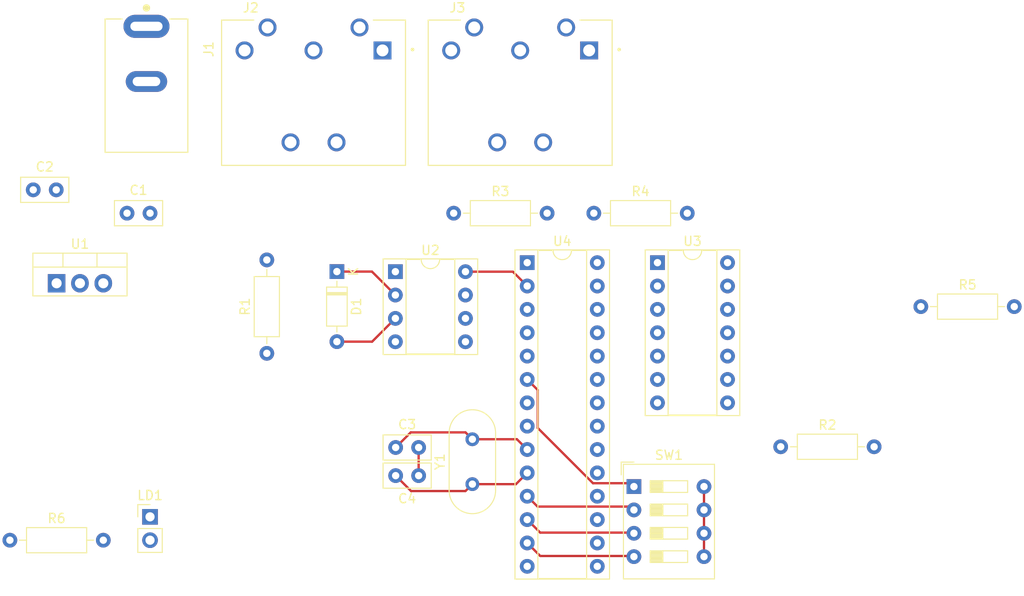
<source format=kicad_pcb>
(kicad_pcb (version 20211014) (generator pcbnew)
  (layers (0 "F.Cu" signal) (31 "B.Cu" signal) (34 "B.Paste" user) (35 "F.Paste" user) (36 "B.SilkS" user "B.Silkscreen") (37 "F.SilkS" user "F.Silkscreen") (38 "B.Mask" user) (39 "F.Mask" user) (44 "Edge.Cuts" user))
  (net 0 "")
  (net 1 "Net-(D1-Pad1)")
  (net 2 "Net-(D1-Pad2)")
  (net 3 "Net-(C1-Pad1)")
  (net 4 "GND")
  (net 5 "+5V")
  (net 6 "Net-(R5-Pad1)")
  (net 7 "Net-(R2-Pad2)")
  (net 11 "Net-(SW1-Pad1)")
  (net 12 "Net-(C3-Pad1)")
  (net 13 "Net-(C4-Pad2)")
  (net 14 "Net-(SW1-Pad2)")
  (net 15 "Net-(SW1-Pad3)")
  (net 16 "Net-(SW1-Pad4)")
  (net 19 "Net-(R6-Pad1)")
  (net 34 "Net-(J3-Pad5)")
  (net 35 "Net-(J3-Pad4)")
  (net 41 "Net-(U3-Pad1)")
  (net 42 "Net-(R3-Pad2)")
  (net 43 "Net-(LD1-Pad2)")
  (footprint "Package_DIP:DIP-8_W7.62mm_Socket" (layer "F.Cu") (at 143.52 100.34)
    (fp_text reference "U2" (at 3.81 -2.33) (layer "F.SilkS"))
    (fp_text value "6N138")
    (fp_line (start 6.46 -1.33) (end 4.81 -1.33) (layer "F.SilkS") (width 0.12))
    (fp_line (start -1.33 9.01) (end 8.95 9.01) (layer "F.SilkS") (width 0.12))
    (fp_line (start 6.46 8.95) (end 6.46 -1.33) (layer "F.SilkS") (width 0.12))
    (fp_line (start 8.95 9.01) (end 8.95 -1.39) (layer "F.SilkS") (width 0.12))
    (fp_line (start -1.33 -1.39) (end -1.33 9.01) (layer "F.SilkS") (width 0.12))
    (fp_line (start 2.81 -1.33) (end 1.16 -1.33) (layer "F.SilkS") (width 0.12))
    (fp_line (start 8.95 -1.39) (end -1.33 -1.39) (layer "F.SilkS") (width 0.12))
    (fp_line (start 1.16 -1.33) (end 1.16 8.95) (layer "F.SilkS") (width 0.12))
    (fp_line (start 1.16 8.95) (end 6.46 8.95) (layer "F.SilkS") (width 0.12))
    (fp_arc (start 4.81 -1.33) (mid 3.81 -0.33) (end 2.81 -1.33) (layer "F.SilkS") (width 0.12))
    (pad "1" thru_hole rect (at 0 0) (size 1.6 1.6) (drill 0.8) (layers *.Cu *.Mask))
    (pad "2" thru_hole oval (at 0 2.54) (size 1.6 1.6) (drill 0.8) (layers *.Cu *.Mask) (net 1 "Net-(D1-Pad1)"))
    (pad "3" thru_hole oval (at 0 5.08) (size 1.6 1.6) (drill 0.8) (layers *.Cu *.Mask) (net 2 "Net-(D1-Pad2)"))
    (pad "4" thru_hole oval (at 0 7.62) (size 1.6 1.6) (drill 0.8) (layers *.Cu *.Mask))
    (pad "5" thru_hole oval (at 7.62 7.62) (size 1.6 1.6) (drill 0.8) (layers *.Cu *.Mask))
    (pad "6" thru_hole oval (at 7.62 5.08) (size 1.6 1.6) (drill 0.8) (layers *.Cu *.Mask))
    (pad "7" thru_hole oval (at 7.62 2.54) (size 1.6 1.6) (drill 0.8) (layers *.Cu *.Mask) (net 4 "GND"))
    (pad "8" thru_hole oval (at 7.62 0) (size 1.6 1.6) (drill 0.8) (layers *.Cu *.Mask) (net 7 "Net-(R2-Pad2)"))
  )
  (footprint "local:CUI_PJ-037A" (layer "F.Cu") (at 116.452 73.66 -90)
    (fp_text reference "J1" (at 2.487267 -6.7712 90) (layer "F.SilkS") (effects (font (size 1.000913 1.000913))))
    (fp_text value "Barrel_Jack")
    (fp_line (start 13.7 -4.5) (end 13.7 4.5) (layer "F.SilkS") (width 0.127))
    (fp_line (start -0.8 -2.55) (end -0.8 -4.5) (layer "F.SilkS") (width 0.127))
    (fp_line (start 13.7 4.5) (end -0.8 4.5) (layer "F.SilkS") (width 0.127))
    (fp_line (start -0.8 -4.5) (end 13.7 -4.5) (layer "F.SilkS") (width 0.127))
    (fp_line (start -0.8 4.5) (end -0.8 2.65) (layer "F.SilkS") (width 0.127))
    (fp_circle (center -2 0) (end -1.8 0) (layer "F.SilkS") (width 0.4) (fill none))
    (pad "1" thru_hole oval (at 0 0 270) (size 2.5 5) (drill oval 1 3.5) (layers *.Cu *.Mask) (net 3 "Net-(C1-Pad1)"))
    (pad "2" thru_hole oval (at 6 0 270) (size 2.25 4.5) (drill oval 1 3) (layers *.Cu *.Mask) (net 4 "GND"))
  )
  (footprint "Capacitor_THT:C_Disc_D5.0mm_W2.5mm_P2.50mm" (layer "F.Cu") (at 104.14 91.44)
    (fp_text reference "C2" (at 1.25 -2.5) (layer "F.SilkS"))
    (fp_text value "0.1uF")
    (fp_line (start -1.37 1.37) (end 3.87 1.37) (layer "F.SilkS") (width 0.12))
    (fp_line (start -1.37 -1.37) (end -1.37 1.37) (layer "F.SilkS") (width 0.12))
    (fp_line (start 3.87 -1.37) (end 3.87 1.37) (layer "F.SilkS") (width 0.12))
    (fp_line (start -1.37 -1.37) (end 3.87 -1.37) (layer "F.SilkS") (width 0.12))
    (pad "1" thru_hole circle (at 0 0) (size 1.6 1.6) (drill 0.8) (layers *.Cu *.Mask) (net 5 "+5V"))
    (pad "2" thru_hole circle (at 2.5 0) (size 1.6 1.6) (drill 0.8) (layers *.Cu *.Mask) (net 4 "GND"))
  )
  (footprint "Package_TO_SOT_THT:TO-220-3_Vertical" (layer "F.Cu") (at 106.68 101.6)
    (fp_text reference "U1" (at 2.54 -4.27) (layer "F.SilkS"))
    (fp_text value "LM7805_TO220")
    (fp_line (start -2.58 1.371) (end 7.66 1.371) (layer "F.SilkS") (width 0.12))
    (fp_line (start -2.58 -3.27) (end -2.58 1.371) (layer "F.SilkS") (width 0.12))
    (fp_line (start 0.69 -3.27) (end 0.69 -1.76) (layer "F.SilkS") (width 0.12))
    (fp_line (start 7.66 -3.27) (end 7.66 1.371) (layer "F.SilkS") (width 0.12))
    (fp_line (start -2.58 -1.76) (end 7.66 -1.76) (layer "F.SilkS") (width 0.12))
    (fp_line (start -2.58 -3.27) (end 7.66 -3.27) (layer "F.SilkS") (width 0.12))
    (fp_line (start 4.391 -3.27) (end 4.391 -1.76) (layer "F.SilkS") (width 0.12))
    (pad "1" thru_hole rect (at 0 0) (size 1.905 2) (drill 1.1) (layers *.Cu *.Mask) (net 3 "Net-(C1-Pad1)"))
    (pad "2" thru_hole oval (at 2.54 0) (size 1.905 2) (drill 1.1) (layers *.Cu *.Mask) (net 4 "GND"))
    (pad "3" thru_hole oval (at 5.08 0) (size 1.905 2) (drill 1.1) (layers *.Cu *.Mask) (net 5 "+5V"))
  )
  (footprint "Resistor_THT:R_Axial_DIN0207_L6.3mm_D2.5mm_P10.16mm_Horizontal" (layer "F.Cu") (at 200.66 104.14)
    (fp_text reference "R5" (at 5.08 -2.37) (layer "F.SilkS"))
    (fp_text value "10k")
    (fp_line (start 9.12 0) (end 8.35 0) (layer "F.SilkS") (width 0.12))
    (fp_line (start 1.81 -1.37) (end 1.81 1.37) (layer "F.SilkS") (width 0.12))
    (fp_line (start 1.04 0) (end 1.81 0) (layer "F.SilkS") (width 0.12))
    (fp_line (start 8.35 1.37) (end 8.35 -1.37) (layer "F.SilkS") (width 0.12))
    (fp_line (start 8.35 -1.37) (end 1.81 -1.37) (layer "F.SilkS") (width 0.12))
    (fp_line (start 1.81 1.37) (end 8.35 1.37) (layer "F.SilkS") (width 0.12))
    (pad "1" thru_hole circle (at 0 0) (size 1.6 1.6) (drill 0.8) (layers *.Cu *.Mask) (net 6 "Net-(R5-Pad1)"))
    (pad "2" thru_hole oval (at 10.16 0) (size 1.6 1.6) (drill 0.8) (layers *.Cu *.Mask) (net 5 "+5V"))
  )
  (footprint "Diode_THT:D_DO-35_SOD27_P7.62mm_Horizontal" (layer "F.Cu") (at 137.16 100.33 -90)
    (fp_text reference "D1" (at 3.81 -2.12 90) (layer "F.SilkS"))
    (fp_text value "1N914")
    (fp_text user "K" (at 0 -1.8 90) (layer "F.SilkS"))
    (fp_line (start 1.04 0) (end 1.69 0) (layer "F.SilkS") (width 0.12))
    (fp_line (start 5.93 -1.12) (end 1.69 -1.12) (layer "F.SilkS") (width 0.12))
    (fp_line (start 2.53 -1.12) (end 2.53 1.12) (layer "F.SilkS") (width 0.12))
    (fp_line (start 6.58 0) (end 5.93 0) (layer "F.SilkS") (width 0.12))
    (fp_line (start 2.29 -1.12) (end 2.29 1.12) (layer "F.SilkS") (width 0.12))
    (fp_line (start 1.69 1.12) (end 5.93 1.12) (layer "F.SilkS") (width 0.12))
    (fp_line (start 5.93 1.12) (end 5.93 -1.12) (layer "F.SilkS") (width 0.12))
    (fp_line (start 2.41 -1.12) (end 2.41 1.12) (layer "F.SilkS") (width 0.12))
    (fp_line (start 1.69 -1.12) (end 1.69 1.12) (layer "F.SilkS") (width 0.12))
    (pad "1" thru_hole rect (at 0 0 270) (size 1.6 1.6) (drill 0.8) (layers *.Cu *.Mask) (net 1 "Net-(D1-Pad1)"))
    (pad "2" thru_hole oval (at 7.62 0 270) (size 1.6 1.6) (drill 0.8) (layers *.Cu *.Mask) (net 2 "Net-(D1-Pad2)"))
  )
  (footprint "Resistor_THT:R_Axial_DIN0207_L6.3mm_D2.5mm_P10.16mm_Horizontal" (layer "F.Cu") (at 165.1 93.98)
    (fp_text reference "R4" (at 5.08 -2.37) (layer "F.SilkS"))
    (fp_text value "220")
    (fp_line (start 8.35 1.37) (end 8.35 -1.37) (layer "F.SilkS") (width 0.12))
    (fp_line (start 1.04 0) (end 1.81 0) (layer "F.SilkS") (width 0.12))
    (fp_line (start 9.12 0) (end 8.35 0) (layer "F.SilkS") (width 0.12))
    (fp_line (start 1.81 1.37) (end 8.35 1.37) (layer "F.SilkS") (width 0.12))
    (fp_line (start 8.35 -1.37) (end 1.81 -1.37) (layer "F.SilkS") (width 0.12))
    (fp_line (start 1.81 -1.37) (end 1.81 1.37) (layer "F.SilkS") (width 0.12))
    (pad "1" thru_hole circle (at 0 0) (size 1.6 1.6) (drill 0.8) (layers *.Cu *.Mask) (net 5 "+5V"))
    (pad "2" thru_hole oval (at 10.16 0) (size 1.6 1.6) (drill 0.8) (layers *.Cu *.Mask) (net 35 "Net-(J3-Pad4)"))
  )
  (footprint "Capacitor_THT:C_Disc_D5.0mm_W2.5mm_P2.50mm" (layer "F.Cu") (at 114.34 93.98)
    (fp_text reference "C1" (at 1.25 -2.5) (layer "F.SilkS"))
    (fp_text value "0.22uF")
    (fp_line (start -1.37 -1.37) (end 3.87 -1.37) (layer "F.SilkS") (width 0.12))
    (fp_line (start -1.37 1.37) (end 3.87 1.37) (layer "F.SilkS") (width 0.12))
    (fp_line (start 3.87 -1.37) (end 3.87 1.37) (layer "F.SilkS") (width 0.12))
    (fp_line (start -1.37 -1.37) (end -1.37 1.37) (layer "F.SilkS") (width 0.12))
    (pad "1" thru_hole circle (at 0 0) (size 1.6 1.6) (drill 0.8) (layers *.Cu *.Mask) (net 3 "Net-(C1-Pad1)"))
    (pad "2" thru_hole circle (at 2.5 0) (size 1.6 1.6) (drill 0.8) (layers *.Cu *.Mask) (net 4 "GND"))
  )
  (footprint "Resistor_THT:R_Axial_DIN0207_L6.3mm_D2.5mm_P10.16mm_Horizontal" (layer "F.Cu") (at 185.42 119.38)
    (fp_text reference "R2" (at 5.08 -2.37) (layer "F.SilkS"))
    (fp_text value "280")
    (fp_line (start 9.12 0) (end 8.35 0) (layer "F.SilkS") (width 0.12))
    (fp_line (start 1.04 0) (end 1.81 0) (layer "F.SilkS") (width 0.12))
    (fp_line (start 8.35 1.37) (end 8.35 -1.37) (layer "F.SilkS") (width 0.12))
    (fp_line (start 1.81 1.37) (end 8.35 1.37) (layer "F.SilkS") (width 0.12))
    (fp_line (start 8.35 -1.37) (end 1.81 -1.37) (layer "F.SilkS") (width 0.12))
    (fp_line (start 1.81 -1.37) (end 1.81 1.37) (layer "F.SilkS") (width 0.12))
    (pad "1" thru_hole circle (at 0 0) (size 1.6 1.6) (drill 0.8) (layers *.Cu *.Mask) (net 5 "+5V"))
    (pad "2" thru_hole oval (at 10.16 0) (size 1.6 1.6) (drill 0.8) (layers *.Cu *.Mask) (net 7 "Net-(R2-Pad2)"))
  )
  (footprint "Button_Switch_THT:SW_DIP_SPSTx04_Slide_9.78x12.34mm_W7.62mm_P2.54mm" (layer "F.Cu") (at 169.4605 123.708)
    (fp_text reference "SW1" (at 3.81 -3.42) (layer "F.SilkS"))
    (fp_text value "SW_DIP_x04")
    (fp_line (start 1.78 0.325) (end 3.133333 0.325) (layer "F.SilkS") (width 0.12))
    (fp_line (start 1.78 2.745) (end 3.133333 2.745) (layer "F.SilkS") (width 0.12))
    (fp_line (start 1.78 3.175) (end 5.84 3.175) (layer "F.SilkS") (width 0.12))
    (fp_line (start 5.84 0.635) (end 5.84 -0.635) (layer "F.SilkS") (width 0.12))
    (fp_line (start 5.84 5.715) (end 5.84 4.445) (layer "F.SilkS") (width 0.12))
    (fp_line (start 1.78 5.715) (end 5.84 5.715) (layer "F.SilkS") (width 0.12))
    (fp_line (start 5.84 4.445) (end 1.78 4.445) (layer "F.SilkS") (width 0.12))
    (fp_line (start 1.78 -0.035) (end 3.133333 -0.035) (layer "F.SilkS") (width 0.12))
    (fp_line (start 1.78 8.065) (end 3.133333 8.065) (layer "F.SilkS") (width 0.12))
    (fp_line (start 1.78 2.985) (end 3.133333 2.985) (layer "F.SilkS") (width 0.12))
    (fp_line (start 1.78 2.505) (end 3.133333 2.505) (layer "F.SilkS") (width 0.12))
    (fp_line (start 1.78 0.445) (end 3.133333 0.445) (layer "F.SilkS") (width 0.12))
    (fp_line (start -1.14 -2.42) (end -1.14 10.04) (layer "F.SilkS") (width 0.12))
    (fp_line (start 1.78 8.255) (end 5.84 8.255) (layer "F.SilkS") (width 0.12))
    (fp_line (start 1.78 5.045) (end 3.133333 5.045) (layer "F.SilkS") (width 0.12))
    (fp_line (start 1.78 4.445) (end 1.78 5.715) (layer "F.SilkS") (width 0.12))
    (fp_line (start 5.84 -0.635) (end 1.78 -0.635) (layer "F.SilkS") (width 0.12))
    (fp_line (start 1.78 4.805) (end 3.133333 4.805) (layer "F.SilkS") (width 0.12))
    (fp_line (start 1.78 2.265) (end 3.133333 2.265) (layer "F.SilkS") (width 0.12))
    (fp_line (start -1.14 10.04) (end 8.76 10.04) (layer "F.SilkS") (width 0.12))
    (fp_line (start -1.38 -2.66) (end 0.004 -2.66) (layer "F.SilkS") (width 0.12))
    (fp_line (start 1.78 8.185) (end 3.133333 8.185) (layer "F.SilkS") (width 0.12))
    (fp_line (start 1.78 4.685) (end 3.133333 4.685) (layer "F.SilkS") (width 0.12))
    (fp_line (start 1.78 5.165) (end 3.133333 5.165) (layer "F.SilkS") (width 0.12))
    (fp_line (start 1.78 -0.635) (end 1.78 0.635) (layer "F.SilkS") (width 0.12))
    (fp_line (start 5.84 1.905) (end 1.78 1.905) (layer "F.SilkS") (width 0.12))
    (fp_line (start 3.133333 6.985) (end 3.133333 8.255) (layer "F.SilkS") (width 0.12))
    (fp_line (start 3.133333 1.905) (end 3.133333 3.175) (layer "F.SilkS") (width 0.12))
    (fp_line (start -1.14 -2.42) (end 8.76 -2.42) (layer "F.SilkS") (width 0.12))
    (fp_line (start 1.78 2.145) (end 3.133333 2.145) (layer "F.SilkS") (width 0.12))
    (fp_line (start -1.38 -2.66) (end -1.38 -1.277) (layer "F.SilkS") (width 0.12))
    (fp_line (start 8.76 -2.42) (end 8.76 10.04) (layer "F.SilkS") (width 0.12))
    (fp_line (start 1.78 7.225) (end 3.133333 7.225) (layer "F.SilkS") (width 0.12))
    (fp_line (start 1.78 4.925) (end 3.133333 4.925) (layer "F.SilkS") (width 0.12))
    (fp_line (start 1.78 7.105) (end 3.133333 7.105) (layer "F.SilkS") (width 0.12))
    (fp_line (start 1.78 0.565) (end 3.133333 0.565) (layer "F.SilkS") (width 0.12))
    (fp_line (start 1.78 -0.155) (end 3.133333 -0.155) (layer "F.SilkS") (width 0.12))
    (fp_line (start 1.78 7.825) (end 3.133333 7.825) (layer "F.SilkS") (width 0.12))
    (fp_line (start 5.84 3.175) (end 5.84 1.905) (layer "F.SilkS") (width 0.12))
    (fp_line (start 1.78 4.565) (end 3.133333 4.565) (layer "F.SilkS") (width 0.12))
    (fp_line (start 1.78 7.705) (end 3.133333 7.705) (layer "F.SilkS") (width 0.12))
    (fp_line (start 1.78 3.105) (end 3.133333 3.105) (layer "F.SilkS") (width 0.12))
    (fp_line (start 1.78 0.085) (end 3.133333 0.085) (layer "F.SilkS") (width 0.12))
    (fp_line (start 1.78 5.645) (end 3.133333 5.645) (layer "F.SilkS") (width 0.12))
    (fp_line (start 1.78 5.285) (end 3.133333 5.285) (layer "F.SilkS") (width 0.12))
    (fp_line (start 1.78 7.465) (end 3.133333 7.465) (layer "F.SilkS") (width 0.12))
    (fp_line (start 1.78 2.625) (end 3.133333 2.625) (layer "F.SilkS") (width 0.12))
    (fp_line (start 3.133333 4.445) (end 3.133333 5.715) (layer "F.SilkS") (width 0.12))
    (fp_line (start 1.78 2.865) (end 3.133333 2.865) (layer "F.SilkS") (width 0.12))
    (fp_line (start 1.78 -0.395) (end 3.133333 -0.395) (layer "F.SilkS") (width 0.12))
    (fp_line (start 1.78 6.985) (end 1.78 8.255) (layer "F.SilkS") (width 0.12))
    (fp_line (start 1.78 2.385) (end 3.133333 2.385) (layer "F.SilkS") (width 0.12))
    (fp_line (start 5.84 6.985) (end 1.78 6.985) (layer "F.SilkS") (width 0.12))
    (fp_line (start 1.78 1.905) (end 1.78 3.175) (layer "F.SilkS") (width 0.12))
    (fp_line (start 1.78 0.205) (end 3.133333 0.205) (layer "F.SilkS") (width 0.12))
    (fp_line (start 1.78 5.525) (end 3.133333 5.525) (layer "F.SilkS") (width 0.12))
    (fp_line (start 1.78 -0.275) (end 3.133333 -0.275) (layer "F.SilkS") (width 0.12))
    (fp_line (start 1.78 7.945) (end 3.133333 7.945) (layer "F.SilkS") (width 0.12))
    (fp_line (start 5.84 8.255) (end 5.84 6.985) (layer "F.SilkS") (width 0.12))
    (fp_line (start 3.133333 -0.635) (end 3.133333 0.635) (layer "F.SilkS") (width 0.12))
    (fp_line (start 1.78 7.585) (end 3.133333 7.585) (layer "F.SilkS") (width 0.12))
    (fp_line (start 1.78 7.345) (end 3.133333 7.345) (layer "F.SilkS") (width 0.12))
    (fp_line (start 1.78 -0.515) (end 3.133333 -0.515) (layer "F.SilkS") (width 0.12))
    (fp_line (start 1.78 2.025) (end 3.133333 2.025) (layer "F.SilkS") (width 0.12))
    (fp_line (start 1.78 0.635) (end 5.84 0.635) (layer "F.SilkS") (width 0.12))
    (fp_line (start 1.78 5.405) (end 3.133333 5.405) (layer "F.SilkS") (width 0.12))
    (pad "1" thru_hole rect (at 0 0) (size 1.6 1.6) (drill 0.8) (layers *.Cu *.Mask) (net 11 "Net-(SW1-Pad1)"))
    (pad "2" thru_hole oval (at 0 2.54) (size 1.6 1.6) (drill 0.8) (layers *.Cu *.Mask) (net 14 "Net-(SW1-Pad2)"))
    (pad "3" thru_hole oval (at 0 5.08) (size 1.6 1.6) (drill 0.8) (layers *.Cu *.Mask) (net 15 "Net-(SW1-Pad3)"))
    (pad "4" thru_hole oval (at 0 7.62) (size 1.6 1.6) (drill 0.8) (layers *.Cu *.Mask) (net 16 "Net-(SW1-Pad4)"))
    (pad "5" thru_hole oval (at 7.62 7.62) (size 1.6 1.6) (drill 0.8) (layers *.Cu *.Mask) (net 4 "GND"))
    (pad "6" thru_hole oval (at 7.62 5.08) (size 1.6 1.6) (drill 0.8) (layers *.Cu *.Mask) (net 4 "GND"))
    (pad "7" thru_hole oval (at 7.62 2.54) (size 1.6 1.6) (drill 0.8) (layers *.Cu *.Mask) (net 4 "GND"))
    (pad "8" thru_hole oval (at 7.62 0) (size 1.6 1.6) (drill 0.8) (layers *.Cu *.Mask) (net 4 "GND"))
  )
  (footprint "Connector_PinHeader_2.54mm:PinHeader_1x02_P2.54mm_Vertical" (layer "F.Cu") (at 116.84 127)
    (fp_text reference "LD1" (at 0 -2.33) (layer "F.SilkS"))
    (fp_text value "D_Laser_1C2A")
    (fp_line (start -1.33 0) (end -1.33 -1.33) (layer "F.SilkS") (width 0.12))
    (fp_line (start -1.33 -1.33) (end 0 -1.33) (layer "F.SilkS") (width 0.12))
    (fp_line (start -1.33 3.87) (end 1.33 3.87) (layer "F.SilkS") (width 0.12))
    (fp_line (start -1.33 1.27) (end -1.33 3.87) (layer "F.SilkS") (width 0.12))
    (fp_line (start -1.33 1.27) (end 1.33 1.27) (layer "F.SilkS") (width 0.12))
    (fp_line (start 1.33 1.27) (end 1.33 3.87) (layer "F.SilkS") (width 0.12))
    (pad "1" thru_hole rect (at 0 0) (size 1.7 1.7) (drill 1) (layers *.Cu *.Mask) (net 4 "GND"))
    (pad "2" thru_hole oval (at 0 2.54) (size 1.7 1.7) (drill 1) (layers *.Cu *.Mask) (net 43 "Net-(LD1-Pad2)"))
  )
  (footprint "Capacitor_THT:C_Disc_D5.0mm_W2.5mm_P2.50mm" (layer "F.Cu") (at 143.55 119.458)
    (fp_text reference "C3" (at 1.25 -2.5) (layer "F.SilkS"))
    (fp_text value "22pF")
    (fp_line (start -1.37 1.37) (end 3.87 1.37) (layer "F.SilkS") (width 0.12))
    (fp_line (start -1.37 -1.37) (end 3.87 -1.37) (layer "F.SilkS") (width 0.12))
    (fp_line (start 3.87 -1.37) (end 3.87 1.37) (layer "F.SilkS") (width 0.12))
    (fp_line (start -1.37 -1.37) (end -1.37 1.37) (layer "F.SilkS") (width 0.12))
    (pad "1" thru_hole circle (at 0 0) (size 1.6 1.6) (drill 0.8) (layers *.Cu *.Mask) (net 12 "Net-(C3-Pad1)"))
    (pad "2" thru_hole circle (at 2.5 0) (size 1.6 1.6) (drill 0.8) (layers *.Cu *.Mask) (net 4 "GND"))
  )
  (footprint "Resistor_THT:R_Axial_DIN0207_L6.3mm_D2.5mm_P10.16mm_Horizontal" (layer "F.Cu") (at 149.86 93.98)
    (fp_text reference "R3" (at 5.08 -2.37) (layer "F.SilkS"))
    (fp_text value "220")
    (fp_line (start 9.12 0) (end 8.35 0) (layer "F.SilkS") (width 0.12))
    (fp_line (start 8.35 -1.37) (end 1.81 -1.37) (layer "F.SilkS") (width 0.12))
    (fp_line (start 8.35 1.37) (end 8.35 -1.37) (layer "F.SilkS") (width 0.12))
    (fp_line (start 1.81 -1.37) (end 1.81 1.37) (layer "F.SilkS") (width 0.12))
    (fp_line (start 1.81 1.37) (end 8.35 1.37) (layer "F.SilkS") (width 0.12))
    (fp_line (start 1.04 0) (end 1.81 0) (layer "F.SilkS") (width 0.12))
    (pad "1" thru_hole circle (at 0 0) (size 1.6 1.6) (drill 0.8) (layers *.Cu *.Mask) (net 34 "Net-(J3-Pad5)"))
    (pad "2" thru_hole oval (at 10.16 0) (size 1.6 1.6) (drill 0.8) (layers *.Cu *.Mask) (net 42 "Net-(R3-Pad2)"))
  )
  (footprint "Package_DIP:DIP-14_W7.62mm_Socket" (layer "F.Cu") (at 172.02 99.36)
    (fp_text reference "U3" (at 3.81 -2.33) (layer "F.SilkS"))
    (fp_text value "74LS14")
    (fp_line (start -1.33 -1.39) (end -1.33 16.63) (layer "F.SilkS") (width 0.12))
    (fp_line (start -1.33 16.63) (end 8.95 16.63) (layer "F.SilkS") (width 0.12))
    (fp_line (start 6.46 -1.33) (end 4.81 -1.33) (layer "F.SilkS") (width 0.12))
    (fp_line (start 8.95 -1.39) (end -1.33 -1.39) (layer "F.SilkS") (width 0.12))
    (fp_line (start 1.16 -1.33) (end 1.16 16.57) (layer "F.SilkS") (width 0.12))
    (fp_line (start 1.16 16.57) (end 6.46 16.57) (layer "F.SilkS") (width 0.12))
    (fp_line (start 8.95 16.63) (end 8.95 -1.39) (layer "F.SilkS") (width 0.12))
    (fp_line (start 6.46 16.57) (end 6.46 -1.33) (layer "F.SilkS") (width 0.12))
    (fp_line (start 2.81 -1.33) (end 1.16 -1.33) (layer "F.SilkS") (width 0.12))
    (fp_arc (start 4.81 -1.33) (mid 3.81 -0.33) (end 2.81 -1.33) (layer "F.SilkS") (width 0.12))
    (pad "1" thru_hole rect (at 0 0) (size 1.6 1.6) (drill 0.8) (layers *.Cu *.Mask) (net 41 "Net-(U3-Pad1)"))
    (pad "2" thru_hole oval (at 0 2.54) (size 1.6 1.6) (drill 0.8) (layers *.Cu *.Mask) (net 42 "Net-(R3-Pad2)"))
    (pad "3" thru_hole oval (at 0 5.08) (size 1.6 1.6) (drill 0.8) (layers *.Cu *.Mask) (net 7 "Net-(R2-Pad2)"))
    (pad "4" thru_hole oval (at 0 7.62) (size 1.6 1.6) (drill 0.8) (layers *.Cu *.Mask) (net 41 "Net-(U3-Pad1)"))
    (pad "5" thru_hole oval (at 0 10.16) (size 1.6 1.6) (drill 0.8) (layers *.Cu *.Mask))
    (pad "6" thru_hole oval (at 0 12.7) (size 1.6 1.6) (drill 0.8) (layers *.Cu *.Mask))
    (pad "7" thru_hole oval (at 0 15.24) (size 1.6 1.6) (drill 0.8) (layers *.Cu *.Mask) (net 4 "GND"))
    (pad "8" thru_hole oval (at 7.62 15.24) (size 1.6 1.6) (drill 0.8) (layers *.Cu *.Mask))
    (pad "9" thru_hole oval (at 7.62 12.7) (size 1.6 1.6) (drill 0.8) (layers *.Cu *.Mask))
    (pad "10" thru_hole oval (at 7.62 10.16) (size 1.6 1.6) (drill 0.8) (layers *.Cu *.Mask))
    (pad "11" thru_hole oval (at 7.62 7.62) (size 1.6 1.6) (drill 0.8) (layers *.Cu *.Mask))
    (pad "12" thru_hole oval (at 7.62 5.08) (size 1.6 1.6) (drill 0.8) (layers *.Cu *.Mask))
    (pad "13" thru_hole oval (at 7.62 2.54) (size 1.6 1.6) (drill 0.8) (layers *.Cu *.Mask))
    (pad "14" thru_hole oval (at 7.62 0) (size 1.6 1.6) (drill 0.8) (layers *.Cu *.Mask) (net 5 "+5V"))
  )
  (footprint "Capacitor_THT:C_Disc_D5.0mm_W2.5mm_P2.50mm" (layer "F.Cu") (at 146.05 122.518 180)
    (fp_text reference "C4" (at 1.25 -2.5) (layer "F.SilkS"))
    (fp_text value "22pF")
    (fp_line (start -1.37 1.37) (end 3.87 1.37) (layer "F.SilkS") (width 0.12))
    (fp_line (start -1.37 -1.37) (end 3.87 -1.37) (layer "F.SilkS") (width 0.12))
    (fp_line (start -1.37 -1.37) (end -1.37 1.37) (layer "F.SilkS") (width 0.12))
    (fp_line (start 3.87 -1.37) (end 3.87 1.37) (layer "F.SilkS") (width 0.12))
    (pad "1" thru_hole circle (at 0 0 180) (size 1.6 1.6) (drill 0.8) (layers *.Cu *.Mask) (net 4 "GND"))
    (pad "2" thru_hole circle (at 2.5 0 180) (size 1.6 1.6) (drill 0.8) (layers *.Cu *.Mask) (net 13 "Net-(C4-Pad2)"))
  )
  (footprint "Resistor_THT:R_Axial_DIN0207_L6.3mm_D2.5mm_P10.16mm_Horizontal" (layer "F.Cu") (at 129.54 109.22 90)
    (fp_text reference "R1" (at 5.08 -2.37 90) (layer "F.SilkS"))
    (fp_text value "220")
    (fp_line (start 1.81 -1.37) (end 1.81 1.37) (layer "F.SilkS") (width 0.12))
    (fp_line (start 9.12 0) (end 8.35 0) (layer "F.SilkS") (width 0.12))
    (fp_line (start 1.81 1.37) (end 8.35 1.37) (layer "F.SilkS") (width 0.12))
    (fp_line (start 8.35 1.37) (end 8.35 -1.37) (layer "F.SilkS") (width 0.12))
    (fp_line (start 1.04 0) (end 1.81 0) (layer "F.SilkS") (width 0.12))
    (fp_line (start 8.35 -1.37) (end 1.81 -1.37) (layer "F.SilkS") (width 0.12))
    (pad "1" thru_hole circle (at 0 0 90) (size 1.6 1.6) (drill 0.8) (layers *.Cu *.Mask) (net 1 "Net-(D1-Pad1)"))
    (pad "2" thru_hole oval (at 10.16 0 90) (size 1.6 1.6) (drill 0.8) (layers *.Cu *.Mask) (net 4 "GND"))
  )
  (footprint "Crystal:Crystal_HC49-U_Vertical" (layer "F.Cu") (at 151.892 123.444 90)
    (fp_text reference "Y1" (at 2.44 -3.525 90) (layer "F.SilkS"))
    (fp_text value "16MHz")
    (fp_line (start -0.685 2.525) (end 5.565 2.525) (layer "F.SilkS") (width 0.12))
    (fp_line (start -0.685 -2.525) (end 5.565 -2.525) (layer "F.SilkS") (width 0.12))
    (fp_arc (start 5.565 -2.525) (mid 8.09 0) (end 5.565 2.525) (layer "F.SilkS") (width 0.12))
    (fp_arc (start -0.685 2.525) (mid -3.21 0) (end -0.685 -2.525) (layer "F.SilkS") (width 0.12))
    (pad "1" thru_hole circle (at 0 0 90) (size 1.5 1.5) (drill 0.8) (layers *.Cu *.Mask) (net 13 "Net-(C4-Pad2)"))
    (pad "2" thru_hole circle (at 4.88 0 90) (size 1.5 1.5) (drill 0.8) (layers *.Cu *.Mask) (net 12 "Net-(C3-Pad1)"))
  )
  (footprint "local:CUI_SDS-50J" (layer "F.Cu") (at 157.092 81.28)
    (fp_text reference "J3" (at -6.825 -9.635) (layer "F.SilkS"))
    (fp_text value "MIDI-THRU")
    (fp_line (start 6.5 -8.3) (end 10 -8.3) (layer "F.SilkS") (width 0.127))
    (fp_line (start -10 7.5) (end -10 -8.3) (layer "F.SilkS") (width 0.127))
    (fp_line (start 10 -8.3) (end 10 7.5) (layer "F.SilkS") (width 0.127))
    (fp_line (start -10 -8.3) (end -6.5 -8.3) (layer "F.SilkS") (width 0.127))
    (fp_line (start -10 7.5) (end 10 7.5) (layer "F.SilkS") (width 0.127))
    (fp_circle (center 10.764 -5.094) (end 10.864 -5.094) (layer "F.SilkS") (width 0.2) (fill none))
    (pad "" np_thru_hole circle (at -7.5 0) (size 2.4 2.4) (drill 2.4) (layers *.Cu *.Mask))
    (pad "" np_thru_hole circle (at 7.5 0) (size 2.4 2.4) (drill 2.4) (layers *.Cu *.Mask))
    (pad "1" thru_hole rect (at 7.5 -5) (size 1.95 1.95) (drill 1.3) (layers *.Cu *.Mask))
    (pad "2" thru_hole circle (at 0 -5) (size 1.95 1.95) (drill 1.3) (layers *.Cu *.Mask) (net 4 "GND"))
    (pad "3" thru_hole circle (at -7.5 -5) (size 1.95 1.95) (drill 1.3) (layers *.Cu *.Mask))
    (pad "4" thru_hole circle (at 5 -7.5) (size 1.95 1.95) (drill 1.3) (layers *.Cu *.Mask) (net 35 "Net-(J3-Pad4)"))
    (pad "5" thru_hole circle (at -5 -7.5) (size 1.95 1.95) (drill 1.3) (layers *.Cu *.Mask) (net 34 "Net-(J3-Pad5)"))
    (pad "E1" thru_hole circle (at -2.5 5) (size 1.95 1.95) (drill 1.3) (layers *.Cu *.Mask))
    (pad "E2" thru_hole circle (at 2.5 5) (size 1.95 1.95) (drill 1.3) (layers *.Cu *.Mask))
  )
  (footprint "local:CUI_SDS-50J" (layer "F.Cu") (at 134.62 81.28)
    (fp_text reference "J2" (at -6.825 -9.635) (layer "F.SilkS"))
    (fp_text value "MIDI-IN")
    (fp_line (start 10 -8.3) (end 10 7.5) (layer "F.SilkS") (width 0.127))
    (fp_line (start -10 7.5) (end 10 7.5) (layer "F.SilkS") (width 0.127))
    (fp_line (start -10 -8.3) (end -6.5 -8.3) (layer "F.SilkS") (width 0.127))
    (fp_line (start -10 7.5) (end -10 -8.3) (layer "F.SilkS") (width 0.127))
    (fp_line (start 6.5 -8.3) (end 10 -8.3) (layer "F.SilkS") (width 0.127))
    (fp_circle (center 10.764 -5.094) (end 10.864 -5.094) (layer "F.SilkS") (width 0.2) (fill none))
    (pad "" np_thru_hole circle (at 7.5 0) (size 2.4 2.4) (drill 2.4) (layers *.Cu *.Mask))
    (pad "" np_thru_hole circle (at -7.5 0) (size 2.4 2.4) (drill 2.4) (layers *.Cu *.Mask))
    (pad "1" thru_hole rect (at 7.5 -5) (size 1.95 1.95) (drill 1.3) (layers *.Cu *.Mask))
    (pad "2" thru_hole circle (at 0 -5) (size 1.95 1.95) (drill 1.3) (layers *.Cu *.Mask))
    (pad "3" thru_hole circle (at -7.5 -5) (size 1.95 1.95) (drill 1.3) (layers *.Cu *.Mask))
    (pad "4" thru_hole circle (at 5 -7.5) (size 1.95 1.95) (drill 1.3) (layers *.Cu *.Mask) (net 4 "GND"))
    (pad "5" thru_hole circle (at -5 -7.5) (size 1.95 1.95) (drill 1.3) (layers *.Cu *.Mask) (net 2 "Net-(D1-Pad2)"))
    (pad "E1" thru_hole circle (at -2.5 5) (size 1.95 1.95) (drill 1.3) (layers *.Cu *.Mask))
    (pad "E2" thru_hole circle (at 2.5 5) (size 1.95 1.95) (drill 1.3) (layers *.Cu *.Mask))
  )
  (footprint "Package_DIP:DIP-28_W7.62mm_Socket" (layer "F.Cu") (at 157.856 99.36)
    (fp_text reference "U4" (at 3.81 -2.33) (layer "F.SilkS"))
    (fp_text value "ATmega328P-P")
    (fp_line (start 6.46 34.35) (end 6.46 -1.33) (layer "F.SilkS") (width 0.12))
    (fp_line (start 6.46 -1.33) (end 4.81 -1.33) (layer "F.SilkS") (width 0.12))
    (fp_line (start -1.33 34.41) (end 8.95 34.41) (layer "F.SilkS") (width 0.12))
    (fp_line (start 8.95 34.41) (end 8.95 -1.39) (layer "F.SilkS") (width 0.12))
    (fp_line (start -1.33 -1.39) (end -1.33 34.41) (layer "F.SilkS") (width 0.12))
    (fp_line (start 2.81 -1.33) (end 1.16 -1.33) (layer "F.SilkS") (width 0.12))
    (fp_line (start 8.95 -1.39) (end -1.33 -1.39) (layer "F.SilkS") (width 0.12))
    (fp_line (start 1.16 -1.33) (end 1.16 34.35) (layer "F.SilkS") (width 0.12))
    (fp_line (start 1.16 34.35) (end 6.46 34.35) (layer "F.SilkS") (width 0.12))
    (fp_arc (start 4.81 -1.33) (mid 3.81 -0.33) (end 2.81 -1.33) (layer "F.SilkS") (width 0.12))
    (pad "1" thru_hole rect (at 0 0) (size 1.6 1.6) (drill 0.8) (layers *.Cu *.Mask) (net 6 "Net-(R5-Pad1)"))
    (pad "2" thru_hole oval (at 0 2.54) (size 1.6 1.6) (drill 0.8) (layers *.Cu *.Mask) (net 7 "Net-(R2-Pad2)"))
    (pad "3" thru_hole oval (at 0 5.08) (size 1.6 1.6) (drill 0.8) (layers *.Cu *.Mask))
    (pad "4" thru_hole oval (at 0 7.62) (size 1.6 1.6) (drill 0.8) (layers *.Cu *.Mask))
    (pad "5" thru_hole oval (at 0 10.16) (size 1.6 1.6) (drill 0.8) (layers *.Cu *.Mask))
    (pad "6" thru_hole oval (at 0 12.7) (size 1.6 1.6) (drill 0.8) (layers *.Cu *.Mask) (net 11 "Net-(SW1-Pad1)"))
    (pad "7" thru_hole oval (at 0 15.24) (size 1.6 1.6) (drill 0.8) (layers *.Cu *.Mask) (net 5 "+5V"))
    (pad "8" thru_hole oval (at 0 17.78) (size 1.6 1.6) (drill 0.8) (layers *.Cu *.Mask) (net 4 "GND"))
    (pad "9" thru_hole oval (at 0 20.32) (size 1.6 1.6) (drill 0.8) (layers *.Cu *.Mask) (net 12 "Net-(C3-Pad1)"))
    (pad "10" thru_hole oval (at 0 22.86) (size 1.6 1.6) (drill 0.8) (layers *.Cu *.Mask) (net 13 "Net-(C4-Pad2)"))
    (pad "11" thru_hole oval (at 0 25.4) (size 1.6 1.6) (drill 0.8) (layers *.Cu *.Mask) (net 14 "Net-(SW1-Pad2)"))
    (pad "12" thru_hole oval (at 0 27.94) (size 1.6 1.6) (drill 0.8) (layers *.Cu *.Mask) (net 15 "Net-(SW1-Pad3)"))
    (pad "13" thru_hole oval (at 0 30.48) (size 1.6 1.6) (drill 0.8) (layers *.Cu *.Mask) (net 16 "Net-(SW1-Pad4)"))
    (pad "14" thru_hole oval (at 0 33.02) (size 1.6 1.6) (drill 0.8) (layers *.Cu *.Mask))
    (pad "15" thru_hole oval (at 7.62 33.02) (size 1.6 1.6) (drill 0.8) (layers *.Cu *.Mask))
    (pad "16" thru_hole oval (at 7.62 30.48) (size 1.6 1.6) (drill 0.8) (layers *.Cu *.Mask) (net 19 "Net-(R6-Pad1)"))
    (pad "17" thru_hole oval (at 7.62 27.94) (size 1.6 1.6) (drill 0.8) (layers *.Cu *.Mask))
    (pad "18" thru_hole oval (at 7.62 25.4) (size 1.6 1.6) (drill 0.8) (layers *.Cu *.Mask))
    (pad "19" thru_hole oval (at 7.62 22.86) (size 1.6 1.6) (drill 0.8) (layers *.Cu *.Mask))
    (pad "20" thru_hole oval (at 7.62 20.32) (size 1.6 1.6) (drill 0.8) (layers *.Cu *.Mask) (net 5 "+5V"))
    (pad "21" thru_hole oval (at 7.62 17.78) (size 1.6 1.6) (drill 0.8) (layers *.Cu *.Mask))
    (pad "22" thru_hole oval (at 7.62 15.24) (size 1.6 1.6) (drill 0.8) (layers *.Cu *.Mask) (net 4 "GND"))
    (pad "23" thru_hole oval (at 7.62 12.7) (size 1.6 1.6) (drill 0.8) (layers *.Cu *.Mask))
    (pad "24" thru_hole oval (at 7.62 10.16) (size 1.6 1.6) (drill 0.8) (layers *.Cu *.Mask))
    (pad "25" thru_hole oval (at 7.62 7.62) (size 1.6 1.6) (drill 0.8) (layers *.Cu *.Mask))
    (pad "26" thru_hole oval (at 7.62 5.08) (size 1.6 1.6) (drill 0.8) (layers *.Cu *.Mask))
    (pad "27" thru_hole oval (at 7.62 2.54) (size 1.6 1.6) (drill 0.8) (layers *.Cu *.Mask))
    (pad "28" thru_hole oval (at 7.62 0) (size 1.6 1.6) (drill 0.8) (layers *.Cu *.Mask))
  )
  (footprint "Resistor_THT:R_Axial_DIN0207_L6.3mm_D2.5mm_P10.16mm_Horizontal" (layer "F.Cu") (at 101.6 129.54)
    (fp_text reference "R6" (at 5.08 -2.37) (layer "F.SilkS"))
    (fp_text value "R_US")
    (fp_line (start 8.35 1.37) (end 8.35 -1.37) (layer "F.SilkS") (width 0.12))
    (fp_line (start 8.35 -1.37) (end 1.81 -1.37) (layer "F.SilkS") (width 0.12))
    (fp_line (start 9.12 0) (end 8.35 0) (layer "F.SilkS") (width 0.12))
    (fp_line (start 1.81 -1.37) (end 1.81 1.37) (layer "F.SilkS") (width 0.12))
    (fp_line (start 1.81 1.37) (end 8.35 1.37) (layer "F.SilkS") (width 0.12))
    (fp_line (start 1.04 0) (end 1.81 0) (layer "F.SilkS") (width 0.12))
    (pad "1" thru_hole circle (at 0 0) (size 1.6 1.6) (drill 0.8) (layers *.Cu *.Mask) (net 19 "Net-(R6-Pad1)"))
    (pad "2" thru_hole oval (at 10.16 0) (size 1.6 1.6) (drill 0.8) (layers *.Cu *.Mask) (net 43 "Net-(LD1-Pad2)"))
  )
  (segment (start 140.97 100.33) (end 143.52 102.88) (width 0.25) (layer "F.Cu") (net 1))
  (segment (start 137.16 100.33) (end 140.97 100.33) (width 0.25) (layer "F.Cu") (net 1))
  (segment (start 137.16 107.95) (end 140.99 107.95) (width 0.25) (layer "F.Cu") (net 2))
  (segment (start 140.99 107.95) (end 143.52 105.42) (width 0.25) (layer "F.Cu") (net 2))
  (segment (start 177.0805 126.248) (end 177.0805 128.788) (width 0.25) (layer "F.Cu") (net 4))
  (segment (start 177.0805 123.708) (end 177.0805 126.248) (width 0.25) (layer "F.Cu") (net 4))
  (segment (start 177.0805 131.328) (end 177.0805 128.788) (width 0.25) (layer "F.Cu") (net 4))
  (segment (start 146.05 119.458) (end 146.05 122.518) (width 0.25) (layer "F.Cu") (net 4))
  (segment (start 156.296 100.34) (end 157.856 101.9) (width 0.25) (layer "F.Cu") (net 7))
  (segment (start 151.14 100.34) (end 156.296 100.34) (width 0.25) (layer "F.Cu") (net 7))
  (segment (start 169.0975 123.345) (end 165.010009 123.345) (width 0.25) (layer "F.Cu") (net 11))
  (segment (start 159.004 117.338991) (end 159.004 113.208) (width 0.25) (layer "F.Cu") (net 11))
  (segment (start 169.4605 123.708) (end 169.0975 123.345) (width 0.25) (layer "F.Cu") (net 11))
  (segment (start 159.004 113.208) (end 157.856 112.06) (width 0.25) (layer "F.Cu") (net 11))
  (segment (start 165.010009 123.345) (end 159.004 117.338991) (width 0.25) (layer "F.Cu") (net 11))
  (segment (start 151.892 118.564) (end 156.74 118.564) (width 0.25) (layer "F.Cu") (net 12))
  (segment (start 151.892 118.564) (end 151.142 117.814) (width 0.25) (layer "F.Cu") (net 12))
  (segment (start 145.194 117.814) (end 143.55 119.458) (width 0.25) (layer "F.Cu") (net 12))
  (segment (start 151.142 117.814) (end 145.194 117.814) (width 0.25) (layer "F.Cu") (net 12))
  (segment (start 156.74 118.564) (end 157.856 119.68) (width 0.25) (layer "F.Cu") (net 12))
  (segment (start 151.892 123.444) (end 151.142 124.194) (width 0.25) (layer "F.Cu") (net 13))
  (segment (start 145.226 124.194) (end 143.55 122.518) (width 0.25) (layer "F.Cu") (net 13))
  (segment (start 156.632 123.444) (end 157.856 122.22) (width 0.25) (layer "F.Cu") (net 13))
  (segment (start 151.892 123.444) (end 156.632 123.444) (width 0.25) (layer "F.Cu") (net 13))
  (segment (start 151.142 124.194) (end 145.226 124.194) (width 0.25) (layer "F.Cu") (net 13))
  (segment (start 157.856 124.76) (end 158.981 125.885) (width 0.25) (layer "F.Cu") (net 14))
  (segment (start 169.0975 125.885) (end 169.4605 126.248) (width 0.25) (layer "F.Cu") (net 14))
  (segment (start 158.981 125.885) (end 169.0975 125.885) (width 0.25) (layer "F.Cu") (net 14))
  (segment (start 169.3875 128.715) (end 169.4605 128.788) (width 0.25) (layer "F.Cu") (net 15))
  (segment (start 157.856 127.3) (end 159.271 128.715) (width 0.25) (layer "F.Cu") (net 15))
  (segment (start 159.271 128.715) (end 169.3875 128.715) (width 0.25) (layer "F.Cu") (net 15))
  (segment (start 157.856 129.84) (end 159.271 131.255) (width 0.25) (layer "F.Cu") (net 16))
  (segment (start 169.3875 131.255) (end 169.4605 131.328) (width 0.25) (layer "F.Cu") (net 16))
  (segment (start 159.271 131.255) (end 169.3875 131.255) (width 0.25) (layer "F.Cu") (net 16))
)
</source>
